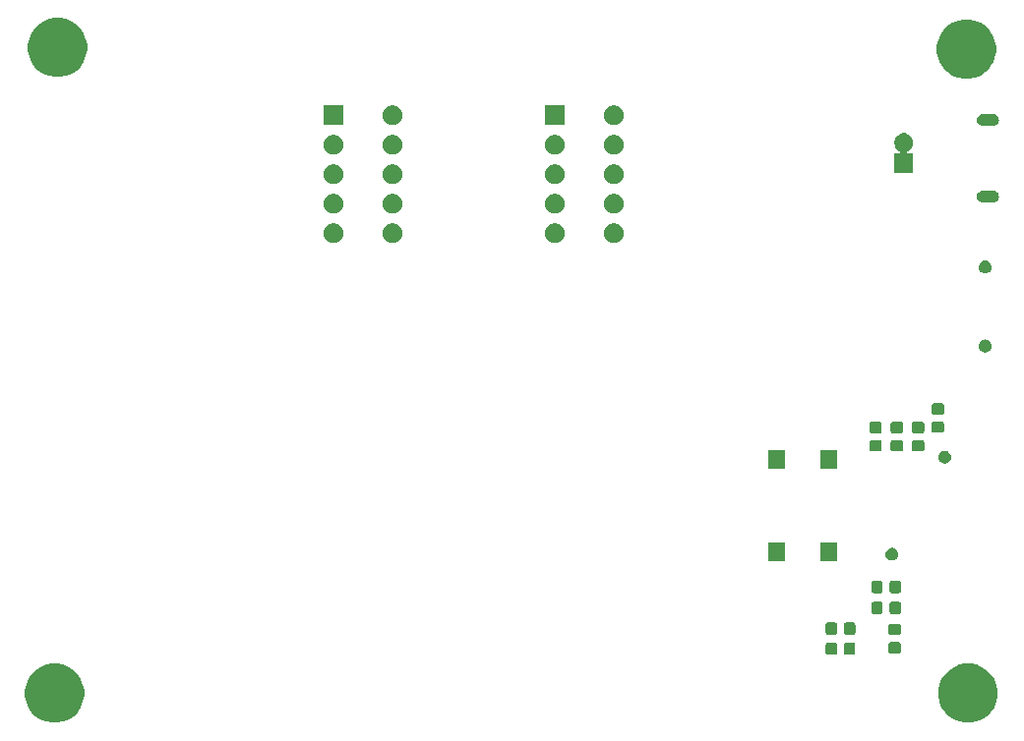
<source format=gbs>
G04 #@! TF.GenerationSoftware,KiCad,Pcbnew,(5.1.5)-3*
G04 #@! TF.CreationDate,2020-07-10T17:57:17-06:00*
G04 #@! TF.ProjectId,CounterProject,436f756e-7465-4725-9072-6f6a6563742e,rev?*
G04 #@! TF.SameCoordinates,Original*
G04 #@! TF.FileFunction,Soldermask,Bot*
G04 #@! TF.FilePolarity,Negative*
%FSLAX46Y46*%
G04 Gerber Fmt 4.6, Leading zero omitted, Abs format (unit mm)*
G04 Created by KiCad (PCBNEW (5.1.5)-3) date 2020-07-10 17:57:17*
%MOMM*%
%LPD*%
G04 APERTURE LIST*
%ADD10C,0.100000*%
G04 APERTURE END LIST*
D10*
G36*
X144254098Y-145121033D02*
G01*
X144718350Y-145313332D01*
X144718352Y-145313333D01*
X145136168Y-145592509D01*
X145491491Y-145947832D01*
X145770667Y-146365648D01*
X145770668Y-146365650D01*
X145962967Y-146829902D01*
X146061000Y-147322747D01*
X146061000Y-147825253D01*
X145962967Y-148318098D01*
X145770668Y-148782350D01*
X145770667Y-148782352D01*
X145491491Y-149200168D01*
X145136168Y-149555491D01*
X144718352Y-149834667D01*
X144718351Y-149834668D01*
X144718350Y-149834668D01*
X144254098Y-150026967D01*
X143761253Y-150125000D01*
X143258747Y-150125000D01*
X142765902Y-150026967D01*
X142301650Y-149834668D01*
X142301649Y-149834668D01*
X142301648Y-149834667D01*
X141883832Y-149555491D01*
X141528509Y-149200168D01*
X141249333Y-148782352D01*
X141249332Y-148782350D01*
X141057033Y-148318098D01*
X140959000Y-147825253D01*
X140959000Y-147322747D01*
X141057033Y-146829902D01*
X141249332Y-146365650D01*
X141249333Y-146365648D01*
X141528509Y-145947832D01*
X141883832Y-145592509D01*
X142301648Y-145313333D01*
X142301650Y-145313332D01*
X142765902Y-145121033D01*
X143258747Y-145023000D01*
X143761253Y-145023000D01*
X144254098Y-145121033D01*
G37*
G36*
X65641098Y-145121033D02*
G01*
X66105350Y-145313332D01*
X66105352Y-145313333D01*
X66523168Y-145592509D01*
X66878491Y-145947832D01*
X67157667Y-146365648D01*
X67157668Y-146365650D01*
X67349967Y-146829902D01*
X67448000Y-147322747D01*
X67448000Y-147825253D01*
X67349967Y-148318098D01*
X67157668Y-148782350D01*
X67157667Y-148782352D01*
X66878491Y-149200168D01*
X66523168Y-149555491D01*
X66105352Y-149834667D01*
X66105351Y-149834668D01*
X66105350Y-149834668D01*
X65641098Y-150026967D01*
X65148253Y-150125000D01*
X64645747Y-150125000D01*
X64152902Y-150026967D01*
X63688650Y-149834668D01*
X63688649Y-149834668D01*
X63688648Y-149834667D01*
X63270832Y-149555491D01*
X62915509Y-149200168D01*
X62636333Y-148782352D01*
X62636332Y-148782350D01*
X62444033Y-148318098D01*
X62346000Y-147825253D01*
X62346000Y-147322747D01*
X62444033Y-146829902D01*
X62636332Y-146365650D01*
X62636333Y-146365648D01*
X62915509Y-145947832D01*
X63270832Y-145592509D01*
X63688648Y-145313333D01*
X63688650Y-145313332D01*
X64152902Y-145121033D01*
X64645747Y-145023000D01*
X65148253Y-145023000D01*
X65641098Y-145121033D01*
G37*
G36*
X132091691Y-143216685D02*
G01*
X132125669Y-143226993D01*
X132156990Y-143243734D01*
X132184439Y-143266261D01*
X132206966Y-143293710D01*
X132223707Y-143325031D01*
X132234015Y-143359009D01*
X132238100Y-143400490D01*
X132238100Y-144076710D01*
X132234015Y-144118191D01*
X132223707Y-144152169D01*
X132206966Y-144183490D01*
X132184439Y-144210939D01*
X132156990Y-144233466D01*
X132125669Y-144250207D01*
X132091691Y-144260515D01*
X132050210Y-144264600D01*
X131448990Y-144264600D01*
X131407509Y-144260515D01*
X131373531Y-144250207D01*
X131342210Y-144233466D01*
X131314761Y-144210939D01*
X131292234Y-144183490D01*
X131275493Y-144152169D01*
X131265185Y-144118191D01*
X131261100Y-144076710D01*
X131261100Y-143400490D01*
X131265185Y-143359009D01*
X131275493Y-143325031D01*
X131292234Y-143293710D01*
X131314761Y-143266261D01*
X131342210Y-143243734D01*
X131373531Y-143226993D01*
X131407509Y-143216685D01*
X131448990Y-143212600D01*
X132050210Y-143212600D01*
X132091691Y-143216685D01*
G37*
G36*
X133666691Y-143216685D02*
G01*
X133700669Y-143226993D01*
X133731990Y-143243734D01*
X133759439Y-143266261D01*
X133781966Y-143293710D01*
X133798707Y-143325031D01*
X133809015Y-143359009D01*
X133813100Y-143400490D01*
X133813100Y-144076710D01*
X133809015Y-144118191D01*
X133798707Y-144152169D01*
X133781966Y-144183490D01*
X133759439Y-144210939D01*
X133731990Y-144233466D01*
X133700669Y-144250207D01*
X133666691Y-144260515D01*
X133625210Y-144264600D01*
X133023990Y-144264600D01*
X132982509Y-144260515D01*
X132948531Y-144250207D01*
X132917210Y-144233466D01*
X132889761Y-144210939D01*
X132867234Y-144183490D01*
X132850493Y-144152169D01*
X132840185Y-144118191D01*
X132836100Y-144076710D01*
X132836100Y-143400490D01*
X132840185Y-143359009D01*
X132850493Y-143325031D01*
X132867234Y-143293710D01*
X132889761Y-143266261D01*
X132917210Y-143243734D01*
X132948531Y-143226993D01*
X132982509Y-143216685D01*
X133023990Y-143212600D01*
X133625210Y-143212600D01*
X133666691Y-143216685D01*
G37*
G36*
X137590391Y-143175645D02*
G01*
X137624369Y-143185953D01*
X137655690Y-143202694D01*
X137683139Y-143225221D01*
X137705666Y-143252670D01*
X137722407Y-143283991D01*
X137732715Y-143317969D01*
X137736800Y-143359450D01*
X137736800Y-143960670D01*
X137732715Y-144002151D01*
X137722407Y-144036129D01*
X137705666Y-144067450D01*
X137683139Y-144094899D01*
X137655690Y-144117426D01*
X137624369Y-144134167D01*
X137590391Y-144144475D01*
X137548910Y-144148560D01*
X136872690Y-144148560D01*
X136831209Y-144144475D01*
X136797231Y-144134167D01*
X136765910Y-144117426D01*
X136738461Y-144094899D01*
X136715934Y-144067450D01*
X136699193Y-144036129D01*
X136688885Y-144002151D01*
X136684800Y-143960670D01*
X136684800Y-143359450D01*
X136688885Y-143317969D01*
X136699193Y-143283991D01*
X136715934Y-143252670D01*
X136738461Y-143225221D01*
X136765910Y-143202694D01*
X136797231Y-143185953D01*
X136831209Y-143175645D01*
X136872690Y-143171560D01*
X137548910Y-143171560D01*
X137590391Y-143175645D01*
G37*
G36*
X137590391Y-141600645D02*
G01*
X137624369Y-141610953D01*
X137655690Y-141627694D01*
X137683139Y-141650221D01*
X137705666Y-141677670D01*
X137722407Y-141708991D01*
X137732715Y-141742969D01*
X137736800Y-141784450D01*
X137736800Y-142385670D01*
X137732715Y-142427151D01*
X137722407Y-142461129D01*
X137705666Y-142492450D01*
X137683139Y-142519899D01*
X137655690Y-142542426D01*
X137624369Y-142559167D01*
X137590391Y-142569475D01*
X137548910Y-142573560D01*
X136872690Y-142573560D01*
X136831209Y-142569475D01*
X136797231Y-142559167D01*
X136765910Y-142542426D01*
X136738461Y-142519899D01*
X136715934Y-142492450D01*
X136699193Y-142461129D01*
X136688885Y-142427151D01*
X136684800Y-142385670D01*
X136684800Y-141784450D01*
X136688885Y-141742969D01*
X136699193Y-141708991D01*
X136715934Y-141677670D01*
X136738461Y-141650221D01*
X136765910Y-141627694D01*
X136797231Y-141610953D01*
X136831209Y-141600645D01*
X136872690Y-141596560D01*
X137548910Y-141596560D01*
X137590391Y-141600645D01*
G37*
G36*
X132096771Y-141484405D02*
G01*
X132130749Y-141494713D01*
X132162070Y-141511454D01*
X132189519Y-141533981D01*
X132212046Y-141561430D01*
X132228787Y-141592751D01*
X132239095Y-141626729D01*
X132243180Y-141668210D01*
X132243180Y-142344430D01*
X132239095Y-142385911D01*
X132228787Y-142419889D01*
X132212046Y-142451210D01*
X132189519Y-142478659D01*
X132162070Y-142501186D01*
X132130749Y-142517927D01*
X132096771Y-142528235D01*
X132055290Y-142532320D01*
X131454070Y-142532320D01*
X131412589Y-142528235D01*
X131378611Y-142517927D01*
X131347290Y-142501186D01*
X131319841Y-142478659D01*
X131297314Y-142451210D01*
X131280573Y-142419889D01*
X131270265Y-142385911D01*
X131266180Y-142344430D01*
X131266180Y-141668210D01*
X131270265Y-141626729D01*
X131280573Y-141592751D01*
X131297314Y-141561430D01*
X131319841Y-141533981D01*
X131347290Y-141511454D01*
X131378611Y-141494713D01*
X131412589Y-141484405D01*
X131454070Y-141480320D01*
X132055290Y-141480320D01*
X132096771Y-141484405D01*
G37*
G36*
X133671771Y-141484405D02*
G01*
X133705749Y-141494713D01*
X133737070Y-141511454D01*
X133764519Y-141533981D01*
X133787046Y-141561430D01*
X133803787Y-141592751D01*
X133814095Y-141626729D01*
X133818180Y-141668210D01*
X133818180Y-142344430D01*
X133814095Y-142385911D01*
X133803787Y-142419889D01*
X133787046Y-142451210D01*
X133764519Y-142478659D01*
X133737070Y-142501186D01*
X133705749Y-142517927D01*
X133671771Y-142528235D01*
X133630290Y-142532320D01*
X133029070Y-142532320D01*
X132987589Y-142528235D01*
X132953611Y-142517927D01*
X132922290Y-142501186D01*
X132894841Y-142478659D01*
X132872314Y-142451210D01*
X132855573Y-142419889D01*
X132845265Y-142385911D01*
X132841180Y-142344430D01*
X132841180Y-141668210D01*
X132845265Y-141626729D01*
X132855573Y-141592751D01*
X132872314Y-141561430D01*
X132894841Y-141533981D01*
X132922290Y-141511454D01*
X132953611Y-141494713D01*
X132987589Y-141484405D01*
X133029070Y-141480320D01*
X133630290Y-141480320D01*
X133671771Y-141484405D01*
G37*
G36*
X137603891Y-139711485D02*
G01*
X137637869Y-139721793D01*
X137669190Y-139738534D01*
X137696639Y-139761061D01*
X137719166Y-139788510D01*
X137735907Y-139819831D01*
X137746215Y-139853809D01*
X137750300Y-139895290D01*
X137750300Y-140571510D01*
X137746215Y-140612991D01*
X137735907Y-140646969D01*
X137719166Y-140678290D01*
X137696639Y-140705739D01*
X137669190Y-140728266D01*
X137637869Y-140745007D01*
X137603891Y-140755315D01*
X137562410Y-140759400D01*
X136961190Y-140759400D01*
X136919709Y-140755315D01*
X136885731Y-140745007D01*
X136854410Y-140728266D01*
X136826961Y-140705739D01*
X136804434Y-140678290D01*
X136787693Y-140646969D01*
X136777385Y-140612991D01*
X136773300Y-140571510D01*
X136773300Y-139895290D01*
X136777385Y-139853809D01*
X136787693Y-139819831D01*
X136804434Y-139788510D01*
X136826961Y-139761061D01*
X136854410Y-139738534D01*
X136885731Y-139721793D01*
X136919709Y-139711485D01*
X136961190Y-139707400D01*
X137562410Y-139707400D01*
X137603891Y-139711485D01*
G37*
G36*
X136028891Y-139711485D02*
G01*
X136062869Y-139721793D01*
X136094190Y-139738534D01*
X136121639Y-139761061D01*
X136144166Y-139788510D01*
X136160907Y-139819831D01*
X136171215Y-139853809D01*
X136175300Y-139895290D01*
X136175300Y-140571510D01*
X136171215Y-140612991D01*
X136160907Y-140646969D01*
X136144166Y-140678290D01*
X136121639Y-140705739D01*
X136094190Y-140728266D01*
X136062869Y-140745007D01*
X136028891Y-140755315D01*
X135987410Y-140759400D01*
X135386190Y-140759400D01*
X135344709Y-140755315D01*
X135310731Y-140745007D01*
X135279410Y-140728266D01*
X135251961Y-140705739D01*
X135229434Y-140678290D01*
X135212693Y-140646969D01*
X135202385Y-140612991D01*
X135198300Y-140571510D01*
X135198300Y-139895290D01*
X135202385Y-139853809D01*
X135212693Y-139819831D01*
X135229434Y-139788510D01*
X135251961Y-139761061D01*
X135279410Y-139738534D01*
X135310731Y-139721793D01*
X135344709Y-139711485D01*
X135386190Y-139707400D01*
X135987410Y-139707400D01*
X136028891Y-139711485D01*
G37*
G36*
X136028891Y-137908085D02*
G01*
X136062869Y-137918393D01*
X136094190Y-137935134D01*
X136121639Y-137957661D01*
X136144166Y-137985110D01*
X136160907Y-138016431D01*
X136171215Y-138050409D01*
X136175300Y-138091890D01*
X136175300Y-138768110D01*
X136171215Y-138809591D01*
X136160907Y-138843569D01*
X136144166Y-138874890D01*
X136121639Y-138902339D01*
X136094190Y-138924866D01*
X136062869Y-138941607D01*
X136028891Y-138951915D01*
X135987410Y-138956000D01*
X135386190Y-138956000D01*
X135344709Y-138951915D01*
X135310731Y-138941607D01*
X135279410Y-138924866D01*
X135251961Y-138902339D01*
X135229434Y-138874890D01*
X135212693Y-138843569D01*
X135202385Y-138809591D01*
X135198300Y-138768110D01*
X135198300Y-138091890D01*
X135202385Y-138050409D01*
X135212693Y-138016431D01*
X135229434Y-137985110D01*
X135251961Y-137957661D01*
X135279410Y-137935134D01*
X135310731Y-137918393D01*
X135344709Y-137908085D01*
X135386190Y-137904000D01*
X135987410Y-137904000D01*
X136028891Y-137908085D01*
G37*
G36*
X137603891Y-137908085D02*
G01*
X137637869Y-137918393D01*
X137669190Y-137935134D01*
X137696639Y-137957661D01*
X137719166Y-137985110D01*
X137735907Y-138016431D01*
X137746215Y-138050409D01*
X137750300Y-138091890D01*
X137750300Y-138768110D01*
X137746215Y-138809591D01*
X137735907Y-138843569D01*
X137719166Y-138874890D01*
X137696639Y-138902339D01*
X137669190Y-138924866D01*
X137637869Y-138941607D01*
X137603891Y-138951915D01*
X137562410Y-138956000D01*
X136961190Y-138956000D01*
X136919709Y-138951915D01*
X136885731Y-138941607D01*
X136854410Y-138924866D01*
X136826961Y-138902339D01*
X136804434Y-138874890D01*
X136787693Y-138843569D01*
X136777385Y-138809591D01*
X136773300Y-138768110D01*
X136773300Y-138091890D01*
X136777385Y-138050409D01*
X136787693Y-138016431D01*
X136804434Y-137985110D01*
X136826961Y-137957661D01*
X136854410Y-137935134D01*
X136885731Y-137918393D01*
X136919709Y-137908085D01*
X136961190Y-137904000D01*
X137562410Y-137904000D01*
X137603891Y-137908085D01*
G37*
G36*
X127722200Y-136223240D02*
G01*
X126320200Y-136223240D01*
X126320200Y-134571240D01*
X127722200Y-134571240D01*
X127722200Y-136223240D01*
G37*
G36*
X132222200Y-136223240D02*
G01*
X130820200Y-136223240D01*
X130820200Y-134571240D01*
X132222200Y-134571240D01*
X132222200Y-136223240D01*
G37*
G36*
X137122601Y-135075694D02*
G01*
X137222875Y-135117229D01*
X137222876Y-135117230D01*
X137313122Y-135177530D01*
X137389870Y-135254278D01*
X137389871Y-135254280D01*
X137450171Y-135344525D01*
X137491706Y-135444799D01*
X137512880Y-135551250D01*
X137512880Y-135659790D01*
X137491706Y-135766241D01*
X137450171Y-135866515D01*
X137450170Y-135866516D01*
X137389870Y-135956762D01*
X137313122Y-136033510D01*
X137267692Y-136063865D01*
X137222875Y-136093811D01*
X137122601Y-136135346D01*
X137016150Y-136156520D01*
X136907610Y-136156520D01*
X136801159Y-136135346D01*
X136700885Y-136093811D01*
X136656068Y-136063865D01*
X136610638Y-136033510D01*
X136533890Y-135956762D01*
X136473590Y-135866516D01*
X136473589Y-135866515D01*
X136432054Y-135766241D01*
X136410880Y-135659790D01*
X136410880Y-135551250D01*
X136432054Y-135444799D01*
X136473589Y-135344525D01*
X136533889Y-135254280D01*
X136533890Y-135254278D01*
X136610638Y-135177530D01*
X136700884Y-135117230D01*
X136700885Y-135117229D01*
X136801159Y-135075694D01*
X136907610Y-135054520D01*
X137016150Y-135054520D01*
X137122601Y-135075694D01*
G37*
G36*
X132222200Y-128273240D02*
G01*
X130820200Y-128273240D01*
X130820200Y-126621240D01*
X132222200Y-126621240D01*
X132222200Y-128273240D01*
G37*
G36*
X127722200Y-128273240D02*
G01*
X126320200Y-128273240D01*
X126320200Y-126621240D01*
X127722200Y-126621240D01*
X127722200Y-128273240D01*
G37*
G36*
X141664121Y-126698774D02*
G01*
X141764395Y-126740309D01*
X141781742Y-126751900D01*
X141854642Y-126800610D01*
X141931390Y-126877358D01*
X141931391Y-126877360D01*
X141991691Y-126967605D01*
X142033226Y-127067879D01*
X142054400Y-127174330D01*
X142054400Y-127282870D01*
X142033226Y-127389321D01*
X141991691Y-127489595D01*
X141991690Y-127489596D01*
X141931390Y-127579842D01*
X141854642Y-127656590D01*
X141809212Y-127686945D01*
X141764395Y-127716891D01*
X141664121Y-127758426D01*
X141557670Y-127779600D01*
X141449130Y-127779600D01*
X141342679Y-127758426D01*
X141242405Y-127716891D01*
X141197588Y-127686945D01*
X141152158Y-127656590D01*
X141075410Y-127579842D01*
X141015110Y-127489596D01*
X141015109Y-127489595D01*
X140973574Y-127389321D01*
X140952400Y-127282870D01*
X140952400Y-127174330D01*
X140973574Y-127067879D01*
X141015109Y-126967605D01*
X141075409Y-126877360D01*
X141075410Y-126877358D01*
X141152158Y-126800610D01*
X141225058Y-126751900D01*
X141242405Y-126740309D01*
X141342679Y-126698774D01*
X141449130Y-126677600D01*
X141557670Y-126677600D01*
X141664121Y-126698774D01*
G37*
G36*
X139596991Y-125779185D02*
G01*
X139630969Y-125789493D01*
X139662290Y-125806234D01*
X139689739Y-125828761D01*
X139712266Y-125856210D01*
X139729007Y-125887531D01*
X139739315Y-125921509D01*
X139743400Y-125962990D01*
X139743400Y-126564210D01*
X139739315Y-126605691D01*
X139729007Y-126639669D01*
X139712266Y-126670990D01*
X139689739Y-126698439D01*
X139662290Y-126720966D01*
X139630969Y-126737707D01*
X139596991Y-126748015D01*
X139555510Y-126752100D01*
X138879290Y-126752100D01*
X138837809Y-126748015D01*
X138803831Y-126737707D01*
X138772510Y-126720966D01*
X138745061Y-126698439D01*
X138722534Y-126670990D01*
X138705793Y-126639669D01*
X138695485Y-126605691D01*
X138691400Y-126564210D01*
X138691400Y-125962990D01*
X138695485Y-125921509D01*
X138705793Y-125887531D01*
X138722534Y-125856210D01*
X138745061Y-125828761D01*
X138772510Y-125806234D01*
X138803831Y-125789493D01*
X138837809Y-125779185D01*
X138879290Y-125775100D01*
X139555510Y-125775100D01*
X139596991Y-125779185D01*
G37*
G36*
X137768191Y-125779185D02*
G01*
X137802169Y-125789493D01*
X137833490Y-125806234D01*
X137860939Y-125828761D01*
X137883466Y-125856210D01*
X137900207Y-125887531D01*
X137910515Y-125921509D01*
X137914600Y-125962990D01*
X137914600Y-126564210D01*
X137910515Y-126605691D01*
X137900207Y-126639669D01*
X137883466Y-126670990D01*
X137860939Y-126698439D01*
X137833490Y-126720966D01*
X137802169Y-126737707D01*
X137768191Y-126748015D01*
X137726710Y-126752100D01*
X137050490Y-126752100D01*
X137009009Y-126748015D01*
X136975031Y-126737707D01*
X136943710Y-126720966D01*
X136916261Y-126698439D01*
X136893734Y-126670990D01*
X136876993Y-126639669D01*
X136866685Y-126605691D01*
X136862600Y-126564210D01*
X136862600Y-125962990D01*
X136866685Y-125921509D01*
X136876993Y-125887531D01*
X136893734Y-125856210D01*
X136916261Y-125828761D01*
X136943710Y-125806234D01*
X136975031Y-125789493D01*
X137009009Y-125779185D01*
X137050490Y-125775100D01*
X137726710Y-125775100D01*
X137768191Y-125779185D01*
G37*
G36*
X135952091Y-125778985D02*
G01*
X135986069Y-125789293D01*
X136017390Y-125806034D01*
X136044839Y-125828561D01*
X136067366Y-125856010D01*
X136084107Y-125887331D01*
X136094415Y-125921309D01*
X136098500Y-125962790D01*
X136098500Y-126564010D01*
X136094415Y-126605491D01*
X136084107Y-126639469D01*
X136067366Y-126670790D01*
X136044839Y-126698239D01*
X136017390Y-126720766D01*
X135986069Y-126737507D01*
X135952091Y-126747815D01*
X135910610Y-126751900D01*
X135234390Y-126751900D01*
X135192909Y-126747815D01*
X135158931Y-126737507D01*
X135127610Y-126720766D01*
X135100161Y-126698239D01*
X135077634Y-126670790D01*
X135060893Y-126639469D01*
X135050585Y-126605491D01*
X135046500Y-126564010D01*
X135046500Y-125962790D01*
X135050585Y-125921309D01*
X135060893Y-125887331D01*
X135077634Y-125856010D01*
X135100161Y-125828561D01*
X135127610Y-125806034D01*
X135158931Y-125789293D01*
X135192909Y-125778985D01*
X135234390Y-125774900D01*
X135910610Y-125774900D01*
X135952091Y-125778985D01*
G37*
G36*
X139596991Y-124204185D02*
G01*
X139630969Y-124214493D01*
X139662290Y-124231234D01*
X139689739Y-124253761D01*
X139712266Y-124281210D01*
X139729007Y-124312531D01*
X139739315Y-124346509D01*
X139743400Y-124387990D01*
X139743400Y-124989210D01*
X139739315Y-125030691D01*
X139729007Y-125064669D01*
X139712266Y-125095990D01*
X139689739Y-125123439D01*
X139662290Y-125145966D01*
X139630969Y-125162707D01*
X139596991Y-125173015D01*
X139555510Y-125177100D01*
X138879290Y-125177100D01*
X138837809Y-125173015D01*
X138803831Y-125162707D01*
X138772510Y-125145966D01*
X138745061Y-125123439D01*
X138722534Y-125095990D01*
X138705793Y-125064669D01*
X138695485Y-125030691D01*
X138691400Y-124989210D01*
X138691400Y-124387990D01*
X138695485Y-124346509D01*
X138705793Y-124312531D01*
X138722534Y-124281210D01*
X138745061Y-124253761D01*
X138772510Y-124231234D01*
X138803831Y-124214493D01*
X138837809Y-124204185D01*
X138879290Y-124200100D01*
X139555510Y-124200100D01*
X139596991Y-124204185D01*
G37*
G36*
X137768191Y-124204185D02*
G01*
X137802169Y-124214493D01*
X137833490Y-124231234D01*
X137860939Y-124253761D01*
X137883466Y-124281210D01*
X137900207Y-124312531D01*
X137910515Y-124346509D01*
X137914600Y-124387990D01*
X137914600Y-124989210D01*
X137910515Y-125030691D01*
X137900207Y-125064669D01*
X137883466Y-125095990D01*
X137860939Y-125123439D01*
X137833490Y-125145966D01*
X137802169Y-125162707D01*
X137768191Y-125173015D01*
X137726710Y-125177100D01*
X137050490Y-125177100D01*
X137009009Y-125173015D01*
X136975031Y-125162707D01*
X136943710Y-125145966D01*
X136916261Y-125123439D01*
X136893734Y-125095990D01*
X136876993Y-125064669D01*
X136866685Y-125030691D01*
X136862600Y-124989210D01*
X136862600Y-124387990D01*
X136866685Y-124346509D01*
X136876993Y-124312531D01*
X136893734Y-124281210D01*
X136916261Y-124253761D01*
X136943710Y-124231234D01*
X136975031Y-124214493D01*
X137009009Y-124204185D01*
X137050490Y-124200100D01*
X137726710Y-124200100D01*
X137768191Y-124204185D01*
G37*
G36*
X135952091Y-124203985D02*
G01*
X135986069Y-124214293D01*
X136017390Y-124231034D01*
X136044839Y-124253561D01*
X136067366Y-124281010D01*
X136084107Y-124312331D01*
X136094415Y-124346309D01*
X136098500Y-124387790D01*
X136098500Y-124989010D01*
X136094415Y-125030491D01*
X136084107Y-125064469D01*
X136067366Y-125095790D01*
X136044839Y-125123239D01*
X136017390Y-125145766D01*
X135986069Y-125162507D01*
X135952091Y-125172815D01*
X135910610Y-125176900D01*
X135234390Y-125176900D01*
X135192909Y-125172815D01*
X135158931Y-125162507D01*
X135127610Y-125145766D01*
X135100161Y-125123239D01*
X135077634Y-125095790D01*
X135060893Y-125064469D01*
X135050585Y-125030491D01*
X135046500Y-124989010D01*
X135046500Y-124387790D01*
X135050585Y-124346309D01*
X135060893Y-124312331D01*
X135077634Y-124281010D01*
X135100161Y-124253561D01*
X135127610Y-124231034D01*
X135158931Y-124214293D01*
X135192909Y-124203985D01*
X135234390Y-124199900D01*
X135910610Y-124199900D01*
X135952091Y-124203985D01*
G37*
G36*
X141298791Y-124178885D02*
G01*
X141332769Y-124189193D01*
X141364090Y-124205934D01*
X141391539Y-124228461D01*
X141414066Y-124255910D01*
X141430807Y-124287231D01*
X141441115Y-124321209D01*
X141445200Y-124362690D01*
X141445200Y-124963910D01*
X141441115Y-125005391D01*
X141430807Y-125039369D01*
X141414066Y-125070690D01*
X141391539Y-125098139D01*
X141364090Y-125120666D01*
X141332769Y-125137407D01*
X141298791Y-125147715D01*
X141257310Y-125151800D01*
X140581090Y-125151800D01*
X140539609Y-125147715D01*
X140505631Y-125137407D01*
X140474310Y-125120666D01*
X140446861Y-125098139D01*
X140424334Y-125070690D01*
X140407593Y-125039369D01*
X140397285Y-125005391D01*
X140393200Y-124963910D01*
X140393200Y-124362690D01*
X140397285Y-124321209D01*
X140407593Y-124287231D01*
X140424334Y-124255910D01*
X140446861Y-124228461D01*
X140474310Y-124205934D01*
X140505631Y-124189193D01*
X140539609Y-124178885D01*
X140581090Y-124174800D01*
X141257310Y-124174800D01*
X141298791Y-124178885D01*
G37*
G36*
X141298791Y-122603885D02*
G01*
X141332769Y-122614193D01*
X141364090Y-122630934D01*
X141391539Y-122653461D01*
X141414066Y-122680910D01*
X141430807Y-122712231D01*
X141441115Y-122746209D01*
X141445200Y-122787690D01*
X141445200Y-123388910D01*
X141441115Y-123430391D01*
X141430807Y-123464369D01*
X141414066Y-123495690D01*
X141391539Y-123523139D01*
X141364090Y-123545666D01*
X141332769Y-123562407D01*
X141298791Y-123572715D01*
X141257310Y-123576800D01*
X140581090Y-123576800D01*
X140539609Y-123572715D01*
X140505631Y-123562407D01*
X140474310Y-123545666D01*
X140446861Y-123523139D01*
X140424334Y-123495690D01*
X140407593Y-123464369D01*
X140397285Y-123430391D01*
X140393200Y-123388910D01*
X140393200Y-122787690D01*
X140397285Y-122746209D01*
X140407593Y-122712231D01*
X140424334Y-122680910D01*
X140446861Y-122653461D01*
X140474310Y-122630934D01*
X140505631Y-122614193D01*
X140539609Y-122603885D01*
X140581090Y-122599800D01*
X141257310Y-122599800D01*
X141298791Y-122603885D01*
G37*
G36*
X145150721Y-117130174D02*
G01*
X145250995Y-117171709D01*
X145250996Y-117171710D01*
X145341242Y-117232010D01*
X145417990Y-117308758D01*
X145417991Y-117308760D01*
X145478291Y-117399005D01*
X145519826Y-117499279D01*
X145541000Y-117605730D01*
X145541000Y-117714270D01*
X145519826Y-117820721D01*
X145478291Y-117920995D01*
X145478290Y-117920996D01*
X145417990Y-118011242D01*
X145341242Y-118087990D01*
X145295812Y-118118345D01*
X145250995Y-118148291D01*
X145150721Y-118189826D01*
X145044270Y-118211000D01*
X144935730Y-118211000D01*
X144829279Y-118189826D01*
X144729005Y-118148291D01*
X144684188Y-118118345D01*
X144638758Y-118087990D01*
X144562010Y-118011242D01*
X144501710Y-117920996D01*
X144501709Y-117920995D01*
X144460174Y-117820721D01*
X144439000Y-117714270D01*
X144439000Y-117605730D01*
X144460174Y-117499279D01*
X144501709Y-117399005D01*
X144562009Y-117308760D01*
X144562010Y-117308758D01*
X144638758Y-117232010D01*
X144729004Y-117171710D01*
X144729005Y-117171709D01*
X144829279Y-117130174D01*
X144935730Y-117109000D01*
X145044270Y-117109000D01*
X145150721Y-117130174D01*
G37*
G36*
X145150721Y-110330174D02*
G01*
X145250995Y-110371709D01*
X145250996Y-110371710D01*
X145341242Y-110432010D01*
X145417990Y-110508758D01*
X145417991Y-110508760D01*
X145478291Y-110599005D01*
X145519826Y-110699279D01*
X145541000Y-110805730D01*
X145541000Y-110914270D01*
X145519826Y-111020721D01*
X145478291Y-111120995D01*
X145478290Y-111120996D01*
X145417990Y-111211242D01*
X145341242Y-111287990D01*
X145295812Y-111318345D01*
X145250995Y-111348291D01*
X145150721Y-111389826D01*
X145044270Y-111411000D01*
X144935730Y-111411000D01*
X144829279Y-111389826D01*
X144729005Y-111348291D01*
X144684188Y-111318345D01*
X144638758Y-111287990D01*
X144562010Y-111211242D01*
X144501710Y-111120996D01*
X144501709Y-111120995D01*
X144460174Y-111020721D01*
X144439000Y-110914270D01*
X144439000Y-110805730D01*
X144460174Y-110699279D01*
X144501709Y-110599005D01*
X144562009Y-110508760D01*
X144562010Y-110508758D01*
X144638758Y-110432010D01*
X144729004Y-110371710D01*
X144729005Y-110371709D01*
X144829279Y-110330174D01*
X144935730Y-110309000D01*
X145044270Y-110309000D01*
X145150721Y-110330174D01*
G37*
G36*
X94228228Y-107131703D02*
G01*
X94383100Y-107195853D01*
X94522481Y-107288985D01*
X94641015Y-107407519D01*
X94734147Y-107546900D01*
X94798297Y-107701772D01*
X94831000Y-107866184D01*
X94831000Y-108033816D01*
X94798297Y-108198228D01*
X94734147Y-108353100D01*
X94641015Y-108492481D01*
X94522481Y-108611015D01*
X94383100Y-108704147D01*
X94228228Y-108768297D01*
X94063816Y-108801000D01*
X93896184Y-108801000D01*
X93731772Y-108768297D01*
X93576900Y-108704147D01*
X93437519Y-108611015D01*
X93318985Y-108492481D01*
X93225853Y-108353100D01*
X93161703Y-108198228D01*
X93129000Y-108033816D01*
X93129000Y-107866184D01*
X93161703Y-107701772D01*
X93225853Y-107546900D01*
X93318985Y-107407519D01*
X93437519Y-107288985D01*
X93576900Y-107195853D01*
X93731772Y-107131703D01*
X93896184Y-107099000D01*
X94063816Y-107099000D01*
X94228228Y-107131703D01*
G37*
G36*
X89148228Y-107131703D02*
G01*
X89303100Y-107195853D01*
X89442481Y-107288985D01*
X89561015Y-107407519D01*
X89654147Y-107546900D01*
X89718297Y-107701772D01*
X89751000Y-107866184D01*
X89751000Y-108033816D01*
X89718297Y-108198228D01*
X89654147Y-108353100D01*
X89561015Y-108492481D01*
X89442481Y-108611015D01*
X89303100Y-108704147D01*
X89148228Y-108768297D01*
X88983816Y-108801000D01*
X88816184Y-108801000D01*
X88651772Y-108768297D01*
X88496900Y-108704147D01*
X88357519Y-108611015D01*
X88238985Y-108492481D01*
X88145853Y-108353100D01*
X88081703Y-108198228D01*
X88049000Y-108033816D01*
X88049000Y-107866184D01*
X88081703Y-107701772D01*
X88145853Y-107546900D01*
X88238985Y-107407519D01*
X88357519Y-107288985D01*
X88496900Y-107195853D01*
X88651772Y-107131703D01*
X88816184Y-107099000D01*
X88983816Y-107099000D01*
X89148228Y-107131703D01*
G37*
G36*
X108198228Y-107131703D02*
G01*
X108353100Y-107195853D01*
X108492481Y-107288985D01*
X108611015Y-107407519D01*
X108704147Y-107546900D01*
X108768297Y-107701772D01*
X108801000Y-107866184D01*
X108801000Y-108033816D01*
X108768297Y-108198228D01*
X108704147Y-108353100D01*
X108611015Y-108492481D01*
X108492481Y-108611015D01*
X108353100Y-108704147D01*
X108198228Y-108768297D01*
X108033816Y-108801000D01*
X107866184Y-108801000D01*
X107701772Y-108768297D01*
X107546900Y-108704147D01*
X107407519Y-108611015D01*
X107288985Y-108492481D01*
X107195853Y-108353100D01*
X107131703Y-108198228D01*
X107099000Y-108033816D01*
X107099000Y-107866184D01*
X107131703Y-107701772D01*
X107195853Y-107546900D01*
X107288985Y-107407519D01*
X107407519Y-107288985D01*
X107546900Y-107195853D01*
X107701772Y-107131703D01*
X107866184Y-107099000D01*
X108033816Y-107099000D01*
X108198228Y-107131703D01*
G37*
G36*
X113278228Y-107131703D02*
G01*
X113433100Y-107195853D01*
X113572481Y-107288985D01*
X113691015Y-107407519D01*
X113784147Y-107546900D01*
X113848297Y-107701772D01*
X113881000Y-107866184D01*
X113881000Y-108033816D01*
X113848297Y-108198228D01*
X113784147Y-108353100D01*
X113691015Y-108492481D01*
X113572481Y-108611015D01*
X113433100Y-108704147D01*
X113278228Y-108768297D01*
X113113816Y-108801000D01*
X112946184Y-108801000D01*
X112781772Y-108768297D01*
X112626900Y-108704147D01*
X112487519Y-108611015D01*
X112368985Y-108492481D01*
X112275853Y-108353100D01*
X112211703Y-108198228D01*
X112179000Y-108033816D01*
X112179000Y-107866184D01*
X112211703Y-107701772D01*
X112275853Y-107546900D01*
X112368985Y-107407519D01*
X112487519Y-107288985D01*
X112626900Y-107195853D01*
X112781772Y-107131703D01*
X112946184Y-107099000D01*
X113113816Y-107099000D01*
X113278228Y-107131703D01*
G37*
G36*
X113278228Y-104591703D02*
G01*
X113433100Y-104655853D01*
X113572481Y-104748985D01*
X113691015Y-104867519D01*
X113784147Y-105006900D01*
X113848297Y-105161772D01*
X113881000Y-105326184D01*
X113881000Y-105493816D01*
X113848297Y-105658228D01*
X113784147Y-105813100D01*
X113691015Y-105952481D01*
X113572481Y-106071015D01*
X113433100Y-106164147D01*
X113278228Y-106228297D01*
X113113816Y-106261000D01*
X112946184Y-106261000D01*
X112781772Y-106228297D01*
X112626900Y-106164147D01*
X112487519Y-106071015D01*
X112368985Y-105952481D01*
X112275853Y-105813100D01*
X112211703Y-105658228D01*
X112179000Y-105493816D01*
X112179000Y-105326184D01*
X112211703Y-105161772D01*
X112275853Y-105006900D01*
X112368985Y-104867519D01*
X112487519Y-104748985D01*
X112626900Y-104655853D01*
X112781772Y-104591703D01*
X112946184Y-104559000D01*
X113113816Y-104559000D01*
X113278228Y-104591703D01*
G37*
G36*
X108198228Y-104591703D02*
G01*
X108353100Y-104655853D01*
X108492481Y-104748985D01*
X108611015Y-104867519D01*
X108704147Y-105006900D01*
X108768297Y-105161772D01*
X108801000Y-105326184D01*
X108801000Y-105493816D01*
X108768297Y-105658228D01*
X108704147Y-105813100D01*
X108611015Y-105952481D01*
X108492481Y-106071015D01*
X108353100Y-106164147D01*
X108198228Y-106228297D01*
X108033816Y-106261000D01*
X107866184Y-106261000D01*
X107701772Y-106228297D01*
X107546900Y-106164147D01*
X107407519Y-106071015D01*
X107288985Y-105952481D01*
X107195853Y-105813100D01*
X107131703Y-105658228D01*
X107099000Y-105493816D01*
X107099000Y-105326184D01*
X107131703Y-105161772D01*
X107195853Y-105006900D01*
X107288985Y-104867519D01*
X107407519Y-104748985D01*
X107546900Y-104655853D01*
X107701772Y-104591703D01*
X107866184Y-104559000D01*
X108033816Y-104559000D01*
X108198228Y-104591703D01*
G37*
G36*
X94228228Y-104591703D02*
G01*
X94383100Y-104655853D01*
X94522481Y-104748985D01*
X94641015Y-104867519D01*
X94734147Y-105006900D01*
X94798297Y-105161772D01*
X94831000Y-105326184D01*
X94831000Y-105493816D01*
X94798297Y-105658228D01*
X94734147Y-105813100D01*
X94641015Y-105952481D01*
X94522481Y-106071015D01*
X94383100Y-106164147D01*
X94228228Y-106228297D01*
X94063816Y-106261000D01*
X93896184Y-106261000D01*
X93731772Y-106228297D01*
X93576900Y-106164147D01*
X93437519Y-106071015D01*
X93318985Y-105952481D01*
X93225853Y-105813100D01*
X93161703Y-105658228D01*
X93129000Y-105493816D01*
X93129000Y-105326184D01*
X93161703Y-105161772D01*
X93225853Y-105006900D01*
X93318985Y-104867519D01*
X93437519Y-104748985D01*
X93576900Y-104655853D01*
X93731772Y-104591703D01*
X93896184Y-104559000D01*
X94063816Y-104559000D01*
X94228228Y-104591703D01*
G37*
G36*
X89148228Y-104591703D02*
G01*
X89303100Y-104655853D01*
X89442481Y-104748985D01*
X89561015Y-104867519D01*
X89654147Y-105006900D01*
X89718297Y-105161772D01*
X89751000Y-105326184D01*
X89751000Y-105493816D01*
X89718297Y-105658228D01*
X89654147Y-105813100D01*
X89561015Y-105952481D01*
X89442481Y-106071015D01*
X89303100Y-106164147D01*
X89148228Y-106228297D01*
X88983816Y-106261000D01*
X88816184Y-106261000D01*
X88651772Y-106228297D01*
X88496900Y-106164147D01*
X88357519Y-106071015D01*
X88238985Y-105952481D01*
X88145853Y-105813100D01*
X88081703Y-105658228D01*
X88049000Y-105493816D01*
X88049000Y-105326184D01*
X88081703Y-105161772D01*
X88145853Y-105006900D01*
X88238985Y-104867519D01*
X88357519Y-104748985D01*
X88496900Y-104655853D01*
X88651772Y-104591703D01*
X88816184Y-104559000D01*
X88983816Y-104559000D01*
X89148228Y-104591703D01*
G37*
G36*
X145772713Y-104279249D02*
G01*
X145867152Y-104307897D01*
X145954187Y-104354418D01*
X146030475Y-104417025D01*
X146093082Y-104493313D01*
X146139603Y-104580348D01*
X146168251Y-104674787D01*
X146177924Y-104773000D01*
X146168251Y-104871213D01*
X146139603Y-104965652D01*
X146093082Y-105052687D01*
X146030475Y-105128975D01*
X145954187Y-105191582D01*
X145867152Y-105238103D01*
X145772713Y-105266751D01*
X145699112Y-105274000D01*
X144749888Y-105274000D01*
X144676287Y-105266751D01*
X144581848Y-105238103D01*
X144494813Y-105191582D01*
X144418525Y-105128975D01*
X144355918Y-105052687D01*
X144309397Y-104965652D01*
X144280749Y-104871213D01*
X144271076Y-104773000D01*
X144280749Y-104674787D01*
X144309397Y-104580348D01*
X144355918Y-104493313D01*
X144418525Y-104417025D01*
X144494813Y-104354418D01*
X144581848Y-104307897D01*
X144676287Y-104279249D01*
X144749888Y-104272000D01*
X145699112Y-104272000D01*
X145772713Y-104279249D01*
G37*
G36*
X113278228Y-102051703D02*
G01*
X113433100Y-102115853D01*
X113572481Y-102208985D01*
X113691015Y-102327519D01*
X113784147Y-102466900D01*
X113848297Y-102621772D01*
X113881000Y-102786184D01*
X113881000Y-102953816D01*
X113848297Y-103118228D01*
X113784147Y-103273100D01*
X113691015Y-103412481D01*
X113572481Y-103531015D01*
X113433100Y-103624147D01*
X113278228Y-103688297D01*
X113113816Y-103721000D01*
X112946184Y-103721000D01*
X112781772Y-103688297D01*
X112626900Y-103624147D01*
X112487519Y-103531015D01*
X112368985Y-103412481D01*
X112275853Y-103273100D01*
X112211703Y-103118228D01*
X112179000Y-102953816D01*
X112179000Y-102786184D01*
X112211703Y-102621772D01*
X112275853Y-102466900D01*
X112368985Y-102327519D01*
X112487519Y-102208985D01*
X112626900Y-102115853D01*
X112781772Y-102051703D01*
X112946184Y-102019000D01*
X113113816Y-102019000D01*
X113278228Y-102051703D01*
G37*
G36*
X108198228Y-102051703D02*
G01*
X108353100Y-102115853D01*
X108492481Y-102208985D01*
X108611015Y-102327519D01*
X108704147Y-102466900D01*
X108768297Y-102621772D01*
X108801000Y-102786184D01*
X108801000Y-102953816D01*
X108768297Y-103118228D01*
X108704147Y-103273100D01*
X108611015Y-103412481D01*
X108492481Y-103531015D01*
X108353100Y-103624147D01*
X108198228Y-103688297D01*
X108033816Y-103721000D01*
X107866184Y-103721000D01*
X107701772Y-103688297D01*
X107546900Y-103624147D01*
X107407519Y-103531015D01*
X107288985Y-103412481D01*
X107195853Y-103273100D01*
X107131703Y-103118228D01*
X107099000Y-102953816D01*
X107099000Y-102786184D01*
X107131703Y-102621772D01*
X107195853Y-102466900D01*
X107288985Y-102327519D01*
X107407519Y-102208985D01*
X107546900Y-102115853D01*
X107701772Y-102051703D01*
X107866184Y-102019000D01*
X108033816Y-102019000D01*
X108198228Y-102051703D01*
G37*
G36*
X89148228Y-102051703D02*
G01*
X89303100Y-102115853D01*
X89442481Y-102208985D01*
X89561015Y-102327519D01*
X89654147Y-102466900D01*
X89718297Y-102621772D01*
X89751000Y-102786184D01*
X89751000Y-102953816D01*
X89718297Y-103118228D01*
X89654147Y-103273100D01*
X89561015Y-103412481D01*
X89442481Y-103531015D01*
X89303100Y-103624147D01*
X89148228Y-103688297D01*
X88983816Y-103721000D01*
X88816184Y-103721000D01*
X88651772Y-103688297D01*
X88496900Y-103624147D01*
X88357519Y-103531015D01*
X88238985Y-103412481D01*
X88145853Y-103273100D01*
X88081703Y-103118228D01*
X88049000Y-102953816D01*
X88049000Y-102786184D01*
X88081703Y-102621772D01*
X88145853Y-102466900D01*
X88238985Y-102327519D01*
X88357519Y-102208985D01*
X88496900Y-102115853D01*
X88651772Y-102051703D01*
X88816184Y-102019000D01*
X88983816Y-102019000D01*
X89148228Y-102051703D01*
G37*
G36*
X94228228Y-102051703D02*
G01*
X94383100Y-102115853D01*
X94522481Y-102208985D01*
X94641015Y-102327519D01*
X94734147Y-102466900D01*
X94798297Y-102621772D01*
X94831000Y-102786184D01*
X94831000Y-102953816D01*
X94798297Y-103118228D01*
X94734147Y-103273100D01*
X94641015Y-103412481D01*
X94522481Y-103531015D01*
X94383100Y-103624147D01*
X94228228Y-103688297D01*
X94063816Y-103721000D01*
X93896184Y-103721000D01*
X93731772Y-103688297D01*
X93576900Y-103624147D01*
X93437519Y-103531015D01*
X93318985Y-103412481D01*
X93225853Y-103273100D01*
X93161703Y-103118228D01*
X93129000Y-102953816D01*
X93129000Y-102786184D01*
X93161703Y-102621772D01*
X93225853Y-102466900D01*
X93318985Y-102327519D01*
X93437519Y-102208985D01*
X93576900Y-102115853D01*
X93731772Y-102051703D01*
X93896184Y-102019000D01*
X94063816Y-102019000D01*
X94228228Y-102051703D01*
G37*
G36*
X138222642Y-99357742D02*
G01*
X138370601Y-99419029D01*
X138503755Y-99507999D01*
X138617001Y-99621245D01*
X138705971Y-99754399D01*
X138767258Y-99902358D01*
X138798500Y-100059425D01*
X138798500Y-100219575D01*
X138767258Y-100376642D01*
X138705971Y-100524601D01*
X138617001Y-100657755D01*
X138503755Y-100771001D01*
X138370603Y-100859970D01*
X138360832Y-100864017D01*
X138339222Y-100875568D01*
X138320280Y-100891114D01*
X138304735Y-100910056D01*
X138293184Y-100931666D01*
X138286071Y-100955115D01*
X138283669Y-100979502D01*
X138286071Y-101003888D01*
X138293184Y-101027337D01*
X138304735Y-101048947D01*
X138320281Y-101067889D01*
X138339223Y-101083434D01*
X138360833Y-101094985D01*
X138384282Y-101102098D01*
X138408668Y-101104500D01*
X138798500Y-101104500D01*
X138798500Y-102730500D01*
X137172500Y-102730500D01*
X137172500Y-101104500D01*
X137562332Y-101104500D01*
X137586718Y-101102098D01*
X137610167Y-101094985D01*
X137631778Y-101083434D01*
X137650720Y-101067889D01*
X137666265Y-101048947D01*
X137677816Y-101027336D01*
X137684929Y-101003887D01*
X137687331Y-100979501D01*
X137684929Y-100955115D01*
X137677816Y-100931666D01*
X137666265Y-100910055D01*
X137650720Y-100891113D01*
X137631778Y-100875568D01*
X137610168Y-100864017D01*
X137600397Y-100859970D01*
X137467245Y-100771001D01*
X137353999Y-100657755D01*
X137265029Y-100524601D01*
X137203742Y-100376642D01*
X137172500Y-100219575D01*
X137172500Y-100059425D01*
X137203742Y-99902358D01*
X137265029Y-99754399D01*
X137353999Y-99621245D01*
X137467245Y-99507999D01*
X137600399Y-99419029D01*
X137748358Y-99357742D01*
X137905425Y-99326500D01*
X138065575Y-99326500D01*
X138222642Y-99357742D01*
G37*
G36*
X94228228Y-99511703D02*
G01*
X94383100Y-99575853D01*
X94522481Y-99668985D01*
X94641015Y-99787519D01*
X94734147Y-99926900D01*
X94798297Y-100081772D01*
X94831000Y-100246184D01*
X94831000Y-100413816D01*
X94798297Y-100578228D01*
X94734147Y-100733100D01*
X94641015Y-100872481D01*
X94522481Y-100991015D01*
X94383100Y-101084147D01*
X94228228Y-101148297D01*
X94063816Y-101181000D01*
X93896184Y-101181000D01*
X93731772Y-101148297D01*
X93576900Y-101084147D01*
X93437519Y-100991015D01*
X93318985Y-100872481D01*
X93225853Y-100733100D01*
X93161703Y-100578228D01*
X93129000Y-100413816D01*
X93129000Y-100246184D01*
X93161703Y-100081772D01*
X93225853Y-99926900D01*
X93318985Y-99787519D01*
X93437519Y-99668985D01*
X93576900Y-99575853D01*
X93731772Y-99511703D01*
X93896184Y-99479000D01*
X94063816Y-99479000D01*
X94228228Y-99511703D01*
G37*
G36*
X113278228Y-99511703D02*
G01*
X113433100Y-99575853D01*
X113572481Y-99668985D01*
X113691015Y-99787519D01*
X113784147Y-99926900D01*
X113848297Y-100081772D01*
X113881000Y-100246184D01*
X113881000Y-100413816D01*
X113848297Y-100578228D01*
X113784147Y-100733100D01*
X113691015Y-100872481D01*
X113572481Y-100991015D01*
X113433100Y-101084147D01*
X113278228Y-101148297D01*
X113113816Y-101181000D01*
X112946184Y-101181000D01*
X112781772Y-101148297D01*
X112626900Y-101084147D01*
X112487519Y-100991015D01*
X112368985Y-100872481D01*
X112275853Y-100733100D01*
X112211703Y-100578228D01*
X112179000Y-100413816D01*
X112179000Y-100246184D01*
X112211703Y-100081772D01*
X112275853Y-99926900D01*
X112368985Y-99787519D01*
X112487519Y-99668985D01*
X112626900Y-99575853D01*
X112781772Y-99511703D01*
X112946184Y-99479000D01*
X113113816Y-99479000D01*
X113278228Y-99511703D01*
G37*
G36*
X89148228Y-99511703D02*
G01*
X89303100Y-99575853D01*
X89442481Y-99668985D01*
X89561015Y-99787519D01*
X89654147Y-99926900D01*
X89718297Y-100081772D01*
X89751000Y-100246184D01*
X89751000Y-100413816D01*
X89718297Y-100578228D01*
X89654147Y-100733100D01*
X89561015Y-100872481D01*
X89442481Y-100991015D01*
X89303100Y-101084147D01*
X89148228Y-101148297D01*
X88983816Y-101181000D01*
X88816184Y-101181000D01*
X88651772Y-101148297D01*
X88496900Y-101084147D01*
X88357519Y-100991015D01*
X88238985Y-100872481D01*
X88145853Y-100733100D01*
X88081703Y-100578228D01*
X88049000Y-100413816D01*
X88049000Y-100246184D01*
X88081703Y-100081772D01*
X88145853Y-99926900D01*
X88238985Y-99787519D01*
X88357519Y-99668985D01*
X88496900Y-99575853D01*
X88651772Y-99511703D01*
X88816184Y-99479000D01*
X88983816Y-99479000D01*
X89148228Y-99511703D01*
G37*
G36*
X108198228Y-99511703D02*
G01*
X108353100Y-99575853D01*
X108492481Y-99668985D01*
X108611015Y-99787519D01*
X108704147Y-99926900D01*
X108768297Y-100081772D01*
X108801000Y-100246184D01*
X108801000Y-100413816D01*
X108768297Y-100578228D01*
X108704147Y-100733100D01*
X108611015Y-100872481D01*
X108492481Y-100991015D01*
X108353100Y-101084147D01*
X108198228Y-101148297D01*
X108033816Y-101181000D01*
X107866184Y-101181000D01*
X107701772Y-101148297D01*
X107546900Y-101084147D01*
X107407519Y-100991015D01*
X107288985Y-100872481D01*
X107195853Y-100733100D01*
X107131703Y-100578228D01*
X107099000Y-100413816D01*
X107099000Y-100246184D01*
X107131703Y-100081772D01*
X107195853Y-99926900D01*
X107288985Y-99787519D01*
X107407519Y-99668985D01*
X107546900Y-99575853D01*
X107701772Y-99511703D01*
X107866184Y-99479000D01*
X108033816Y-99479000D01*
X108198228Y-99511703D01*
G37*
G36*
X145772713Y-97679249D02*
G01*
X145867152Y-97707897D01*
X145954187Y-97754418D01*
X146030475Y-97817025D01*
X146093082Y-97893313D01*
X146139603Y-97980348D01*
X146168251Y-98074787D01*
X146177924Y-98173000D01*
X146168251Y-98271213D01*
X146139603Y-98365652D01*
X146093082Y-98452687D01*
X146030475Y-98528975D01*
X145954187Y-98591582D01*
X145867152Y-98638103D01*
X145772713Y-98666751D01*
X145699112Y-98674000D01*
X144749888Y-98674000D01*
X144676287Y-98666751D01*
X144581848Y-98638103D01*
X144494813Y-98591582D01*
X144418525Y-98528975D01*
X144355918Y-98452687D01*
X144309397Y-98365652D01*
X144280749Y-98271213D01*
X144271076Y-98173000D01*
X144280749Y-98074787D01*
X144309397Y-97980348D01*
X144355918Y-97893313D01*
X144418525Y-97817025D01*
X144494813Y-97754418D01*
X144581848Y-97707897D01*
X144676287Y-97679249D01*
X144749888Y-97672000D01*
X145699112Y-97672000D01*
X145772713Y-97679249D01*
G37*
G36*
X89751000Y-98641000D02*
G01*
X88049000Y-98641000D01*
X88049000Y-96939000D01*
X89751000Y-96939000D01*
X89751000Y-98641000D01*
G37*
G36*
X94228228Y-96971703D02*
G01*
X94383100Y-97035853D01*
X94522481Y-97128985D01*
X94641015Y-97247519D01*
X94734147Y-97386900D01*
X94798297Y-97541772D01*
X94831000Y-97706184D01*
X94831000Y-97873816D01*
X94798297Y-98038228D01*
X94734147Y-98193100D01*
X94641015Y-98332481D01*
X94522481Y-98451015D01*
X94383100Y-98544147D01*
X94228228Y-98608297D01*
X94063816Y-98641000D01*
X93896184Y-98641000D01*
X93731772Y-98608297D01*
X93576900Y-98544147D01*
X93437519Y-98451015D01*
X93318985Y-98332481D01*
X93225853Y-98193100D01*
X93161703Y-98038228D01*
X93129000Y-97873816D01*
X93129000Y-97706184D01*
X93161703Y-97541772D01*
X93225853Y-97386900D01*
X93318985Y-97247519D01*
X93437519Y-97128985D01*
X93576900Y-97035853D01*
X93731772Y-96971703D01*
X93896184Y-96939000D01*
X94063816Y-96939000D01*
X94228228Y-96971703D01*
G37*
G36*
X108801000Y-98641000D02*
G01*
X107099000Y-98641000D01*
X107099000Y-96939000D01*
X108801000Y-96939000D01*
X108801000Y-98641000D01*
G37*
G36*
X113278228Y-96971703D02*
G01*
X113433100Y-97035853D01*
X113572481Y-97128985D01*
X113691015Y-97247519D01*
X113784147Y-97386900D01*
X113848297Y-97541772D01*
X113881000Y-97706184D01*
X113881000Y-97873816D01*
X113848297Y-98038228D01*
X113784147Y-98193100D01*
X113691015Y-98332481D01*
X113572481Y-98451015D01*
X113433100Y-98544147D01*
X113278228Y-98608297D01*
X113113816Y-98641000D01*
X112946184Y-98641000D01*
X112781772Y-98608297D01*
X112626900Y-98544147D01*
X112487519Y-98451015D01*
X112368985Y-98332481D01*
X112275853Y-98193100D01*
X112211703Y-98038228D01*
X112179000Y-97873816D01*
X112179000Y-97706184D01*
X112211703Y-97541772D01*
X112275853Y-97386900D01*
X112368985Y-97247519D01*
X112487519Y-97128985D01*
X112626900Y-97035853D01*
X112781772Y-96971703D01*
X112946184Y-96939000D01*
X113113816Y-96939000D01*
X113278228Y-96971703D01*
G37*
G36*
X144127098Y-89622033D02*
G01*
X144591350Y-89814332D01*
X144591352Y-89814333D01*
X145009168Y-90093509D01*
X145364491Y-90448832D01*
X145643667Y-90866648D01*
X145643668Y-90866650D01*
X145835967Y-91330902D01*
X145934000Y-91823747D01*
X145934000Y-92326253D01*
X145835967Y-92819098D01*
X145696273Y-93156350D01*
X145643667Y-93283352D01*
X145364491Y-93701168D01*
X145009168Y-94056491D01*
X144591352Y-94335667D01*
X144591351Y-94335668D01*
X144591350Y-94335668D01*
X144127098Y-94527967D01*
X143634253Y-94626000D01*
X143131747Y-94626000D01*
X142638902Y-94527967D01*
X142174650Y-94335668D01*
X142174649Y-94335668D01*
X142174648Y-94335667D01*
X141756832Y-94056491D01*
X141401509Y-93701168D01*
X141122333Y-93283352D01*
X141069727Y-93156350D01*
X140930033Y-92819098D01*
X140832000Y-92326253D01*
X140832000Y-91823747D01*
X140930033Y-91330902D01*
X141122332Y-90866650D01*
X141122333Y-90866648D01*
X141401509Y-90448832D01*
X141756832Y-90093509D01*
X142174648Y-89814333D01*
X142174650Y-89814332D01*
X142638902Y-89622033D01*
X143131747Y-89524000D01*
X143634253Y-89524000D01*
X144127098Y-89622033D01*
G37*
G36*
X65895098Y-89495033D02*
G01*
X66201706Y-89622034D01*
X66359352Y-89687333D01*
X66777168Y-89966509D01*
X67132491Y-90321832D01*
X67217350Y-90448833D01*
X67411668Y-90739650D01*
X67603967Y-91203902D01*
X67702000Y-91696747D01*
X67702000Y-92199253D01*
X67603967Y-92692098D01*
X67411668Y-93156350D01*
X67411667Y-93156352D01*
X67132491Y-93574168D01*
X66777168Y-93929491D01*
X66359352Y-94208667D01*
X66359351Y-94208668D01*
X66359350Y-94208668D01*
X65895098Y-94400967D01*
X65402253Y-94499000D01*
X64899747Y-94499000D01*
X64406902Y-94400967D01*
X63942650Y-94208668D01*
X63942649Y-94208668D01*
X63942648Y-94208667D01*
X63524832Y-93929491D01*
X63169509Y-93574168D01*
X62890333Y-93156352D01*
X62890332Y-93156350D01*
X62698033Y-92692098D01*
X62600000Y-92199253D01*
X62600000Y-91696747D01*
X62698033Y-91203902D01*
X62890332Y-90739650D01*
X63084650Y-90448833D01*
X63169509Y-90321832D01*
X63524832Y-89966509D01*
X63942648Y-89687333D01*
X64100294Y-89622034D01*
X64406902Y-89495033D01*
X64899747Y-89397000D01*
X65402253Y-89397000D01*
X65895098Y-89495033D01*
G37*
M02*

</source>
